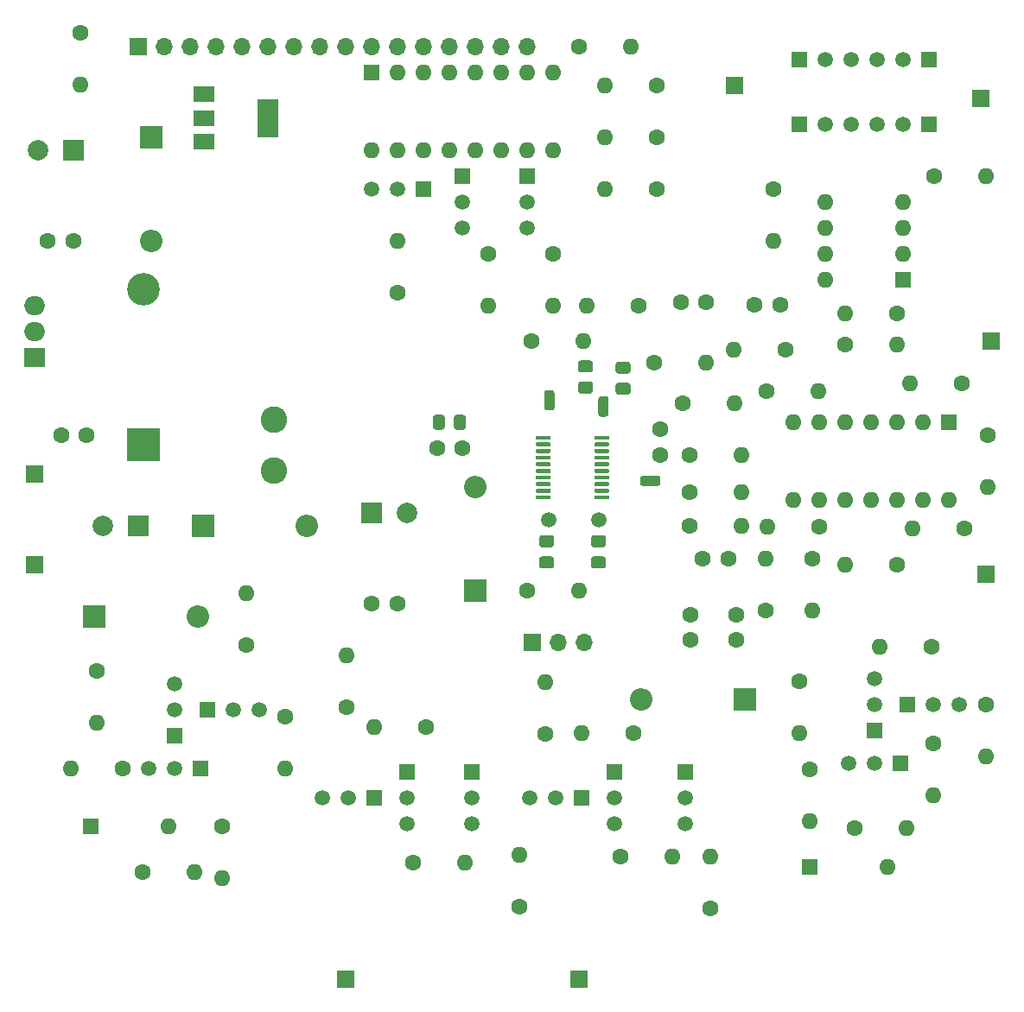
<source format=gbr>
%TF.GenerationSoftware,KiCad,Pcbnew,5.1.8-5.1.8*%
%TF.CreationDate,2021-07-28T16:27:41+08:00*%
%TF.ProjectId,fluxgate,666c7578-6761-4746-952e-6b696361645f,rev?*%
%TF.SameCoordinates,Original*%
%TF.FileFunction,Soldermask,Bot*%
%TF.FilePolarity,Negative*%
%FSLAX46Y46*%
G04 Gerber Fmt 4.6, Leading zero omitted, Abs format (unit mm)*
G04 Created by KiCad (PCBNEW 5.1.8-5.1.8) date 2021-07-28 16:27:41*
%MOMM*%
%LPD*%
G01*
G04 APERTURE LIST*
%ADD10R,1.700000X1.700000*%
%ADD11O,1.700000X1.700000*%
%ADD12O,2.200000X2.200000*%
%ADD13R,2.200000X2.200000*%
%ADD14O,1.600000X1.600000*%
%ADD15C,1.600000*%
%ADD16R,1.500000X1.500000*%
%ADD17C,1.500000*%
%ADD18R,1.600000X1.600000*%
%ADD19R,2.000000X1.500000*%
%ADD20R,2.000000X3.800000*%
%ADD21O,2.000000X1.905000*%
%ADD22R,2.000000X1.905000*%
%ADD23C,2.600000*%
%ADD24O,3.200000X3.200000*%
%ADD25R,3.200000X3.200000*%
%ADD26C,2.000000*%
%ADD27R,2.000000X2.000000*%
G04 APERTURE END LIST*
D10*
%TO.C,J2*%
X130810000Y-149860000D03*
%TD*%
%TO.C,J3*%
X146050000Y-62230000D03*
%TD*%
%TO.C,J4*%
X171200000Y-87300000D03*
%TD*%
%TO.C,J5*%
X107950000Y-149860000D03*
%TD*%
%TO.C,J6*%
X77470000Y-100330000D03*
%TD*%
%TO.C,J7*%
X170180000Y-63500000D03*
%TD*%
%TO.C,J8*%
X170688000Y-110109000D03*
%TD*%
%TO.C,J12*%
G36*
G01*
X132700000Y-94450000D02*
X132700000Y-92950000D01*
G75*
G02*
X132950000Y-92700000I250000J0D01*
G01*
X133450000Y-92700000D01*
G75*
G02*
X133700000Y-92950000I0J-250000D01*
G01*
X133700000Y-94450000D01*
G75*
G02*
X133450000Y-94700000I-250000J0D01*
G01*
X132950000Y-94700000D01*
G75*
G02*
X132700000Y-94450000I0J250000D01*
G01*
G37*
%TD*%
%TO.C,J10*%
G36*
G01*
X138550000Y-101500000D02*
X137050000Y-101500000D01*
G75*
G02*
X136800000Y-101250000I0J250000D01*
G01*
X136800000Y-100750000D01*
G75*
G02*
X137050000Y-100500000I250000J0D01*
G01*
X138550000Y-100500000D01*
G75*
G02*
X138800000Y-100750000I0J-250000D01*
G01*
X138800000Y-101250000D01*
G75*
G02*
X138550000Y-101500000I-250000J0D01*
G01*
G37*
%TD*%
%TO.C,J9*%
G36*
G01*
X127400000Y-93850000D02*
X127400000Y-92350000D01*
G75*
G02*
X127650000Y-92100000I250000J0D01*
G01*
X128150000Y-92100000D01*
G75*
G02*
X128400000Y-92350000I0J-250000D01*
G01*
X128400000Y-93850000D01*
G75*
G02*
X128150000Y-94100000I-250000J0D01*
G01*
X127650000Y-94100000D01*
G75*
G02*
X127400000Y-93850000I0J250000D01*
G01*
G37*
%TD*%
D11*
%TO.C,DS1*%
X125730000Y-58420000D03*
X123190000Y-58420000D03*
X120650000Y-58420000D03*
X118110000Y-58420000D03*
X115570000Y-58420000D03*
X113030000Y-58420000D03*
X110490000Y-58420000D03*
X107950000Y-58420000D03*
X105410000Y-58420000D03*
X102870000Y-58420000D03*
X100330000Y-58420000D03*
X97790000Y-58420000D03*
X95250000Y-58420000D03*
X92710000Y-58420000D03*
X90170000Y-58420000D03*
D10*
X87630000Y-58420000D03*
%TD*%
D12*
%TO.C,D8*%
X88900000Y-77470000D03*
D13*
X88900000Y-67310000D03*
%TD*%
D12*
%TO.C,D7*%
X120650000Y-101600000D03*
D13*
X120650000Y-111760000D03*
%TD*%
D12*
%TO.C,D6*%
X104140000Y-105410000D03*
D13*
X93980000Y-105410000D03*
%TD*%
D14*
%TO.C,R49*%
X170680000Y-71120000D03*
D15*
X165600000Y-71120000D03*
%TD*%
D14*
%TO.C,R48*%
X149860000Y-77470000D03*
D15*
X149860000Y-72390000D03*
%TD*%
D14*
%TO.C,R47*%
X131572000Y-83820000D03*
D15*
X136652000Y-83820000D03*
%TD*%
D14*
%TO.C,R46*%
X145923000Y-88138000D03*
D15*
X151003000Y-88138000D03*
%TD*%
D14*
%TO.C,R45*%
X131191000Y-87249000D03*
D15*
X126111000Y-87249000D03*
%TD*%
D14*
%TO.C,R44*%
X143256000Y-89408000D03*
D15*
X138176000Y-89408000D03*
%TD*%
D14*
%TO.C,R43*%
X149098000Y-108585000D03*
D15*
X149098000Y-113665000D03*
%TD*%
D14*
%TO.C,R42*%
X149225000Y-105500000D03*
D15*
X154305000Y-105500000D03*
%TD*%
D14*
%TO.C,R41*%
X146050000Y-93345000D03*
D15*
X140970000Y-93345000D03*
%TD*%
D14*
%TO.C,R40*%
X153670000Y-113665000D03*
D15*
X153670000Y-108585000D03*
%TD*%
D14*
%TO.C,R39*%
X146685000Y-105410000D03*
D15*
X141605000Y-105410000D03*
%TD*%
D14*
%TO.C,R38*%
X146685000Y-98425000D03*
D15*
X141605000Y-98425000D03*
%TD*%
D14*
%TO.C,R37*%
X146685680Y-102077260D03*
D15*
X141605680Y-102077260D03*
%TD*%
D14*
%TO.C,R36*%
X154280000Y-92200000D03*
D15*
X149200000Y-92200000D03*
%TD*%
D14*
%TO.C,R35*%
X156845000Y-84582000D03*
D15*
X161925000Y-84582000D03*
%TD*%
D14*
%TO.C,R34*%
X156845000Y-109220000D03*
D15*
X161925000Y-109220000D03*
%TD*%
D14*
%TO.C,R33*%
X161925000Y-87630000D03*
D15*
X156845000Y-87630000D03*
%TD*%
D14*
%TO.C,R32*%
X163520000Y-105700000D03*
D15*
X168600000Y-105700000D03*
%TD*%
D14*
%TO.C,R31*%
X163195000Y-91440000D03*
D15*
X168275000Y-91440000D03*
%TD*%
D14*
%TO.C,R30*%
X170815000Y-101600000D03*
D15*
X170815000Y-96520000D03*
%TD*%
D14*
%TO.C,R29*%
X81915000Y-62103000D03*
D15*
X81915000Y-57023000D03*
%TD*%
D14*
%TO.C,R28*%
X113030000Y-77470000D03*
D15*
X113030000Y-82550000D03*
%TD*%
D14*
%TO.C,R27*%
X135890000Y-58420000D03*
D15*
X130810000Y-58420000D03*
%TD*%
D14*
%TO.C,R26*%
X128270000Y-83820000D03*
D15*
X128270000Y-78740000D03*
%TD*%
D14*
%TO.C,R25*%
X121920000Y-83820000D03*
D15*
X121920000Y-78740000D03*
%TD*%
D14*
%TO.C,R24*%
X98171000Y-112014000D03*
D15*
X98171000Y-117094000D03*
%TD*%
D14*
%TO.C,R23*%
X101981000Y-129159000D03*
D15*
X101981000Y-124079000D03*
%TD*%
D14*
%TO.C,R22*%
X83566000Y-124714000D03*
D15*
X83566000Y-119634000D03*
%TD*%
D14*
%TO.C,R21*%
X108000000Y-118110000D03*
D15*
X108000000Y-123190000D03*
%TD*%
D14*
%TO.C,R20*%
X95800000Y-139954000D03*
D15*
X95800000Y-134874000D03*
%TD*%
D14*
%TO.C,R19*%
X110744000Y-125095000D03*
D15*
X115824000Y-125095000D03*
%TD*%
D14*
%TO.C,R18*%
X81026000Y-129159000D03*
D15*
X86106000Y-129159000D03*
%TD*%
D14*
%TO.C,R17*%
X133350000Y-62230000D03*
D15*
X138430000Y-62230000D03*
%TD*%
D14*
%TO.C,R16*%
X119634000Y-138430000D03*
D15*
X114554000Y-138430000D03*
%TD*%
D14*
%TO.C,R15*%
X133350000Y-72390000D03*
D15*
X138430000Y-72390000D03*
%TD*%
D14*
%TO.C,R14*%
X130810000Y-111760000D03*
D15*
X125730000Y-111760000D03*
%TD*%
D14*
%TO.C,R13*%
X93091000Y-139319000D03*
D15*
X88011000Y-139319000D03*
%TD*%
D14*
%TO.C,R12*%
X133350000Y-67310000D03*
D15*
X138430000Y-67310000D03*
%TD*%
D14*
%TO.C,R11*%
X124968000Y-137668000D03*
D15*
X124968000Y-142748000D03*
%TD*%
D14*
%TO.C,R10*%
X143637000Y-137795000D03*
D15*
X143637000Y-142875000D03*
%TD*%
D14*
%TO.C,R9*%
X162880000Y-135000000D03*
D15*
X157800000Y-135000000D03*
%TD*%
D14*
%TO.C,R8*%
X139954000Y-137795000D03*
D15*
X134874000Y-137795000D03*
%TD*%
D14*
%TO.C,R7*%
X153416000Y-134366000D03*
D15*
X153416000Y-129286000D03*
%TD*%
D14*
%TO.C,R6*%
X131064000Y-125730000D03*
D15*
X136144000Y-125730000D03*
%TD*%
D14*
%TO.C,R5*%
X165481000Y-131826000D03*
D15*
X165481000Y-126746000D03*
%TD*%
D14*
%TO.C,R4*%
X127500000Y-120720000D03*
D15*
X127500000Y-125800000D03*
%TD*%
D14*
%TO.C,R3*%
X170688000Y-128016000D03*
D15*
X170688000Y-122936000D03*
%TD*%
D14*
%TO.C,R2*%
X152400000Y-125730000D03*
D15*
X152400000Y-120650000D03*
%TD*%
D14*
%TO.C,R1*%
X160274000Y-117221000D03*
D15*
X165354000Y-117221000D03*
%TD*%
D16*
%TO.C,Q19*%
X115570000Y-72390000D03*
D17*
X110490000Y-72390000D03*
X113030000Y-72390000D03*
%TD*%
D16*
%TO.C,Q18*%
X125730000Y-71120000D03*
D17*
X125730000Y-76200000D03*
X125730000Y-73660000D03*
%TD*%
D16*
%TO.C,Q17*%
X119380000Y-71120000D03*
D17*
X119380000Y-76200000D03*
X119380000Y-73660000D03*
%TD*%
%TO.C,Y1*%
X127835000Y-104775000D03*
X132715000Y-104775000D03*
%TD*%
D14*
%TO.C,U9*%
X110490000Y-68580000D03*
X128270000Y-60960000D03*
X113030000Y-68580000D03*
X125730000Y-60960000D03*
X115570000Y-68580000D03*
X123190000Y-60960000D03*
X118110000Y-68580000D03*
X120650000Y-60960000D03*
X120650000Y-68580000D03*
X118110000Y-60960000D03*
X123190000Y-68580000D03*
X115570000Y-60960000D03*
X125730000Y-68580000D03*
X113030000Y-60960000D03*
X128270000Y-68580000D03*
D18*
X110490000Y-60960000D03*
%TD*%
D14*
%TO.C,U7*%
X154940000Y-81280000D03*
X162560000Y-73660000D03*
X154940000Y-78740000D03*
X162560000Y-76200000D03*
X154940000Y-76200000D03*
X162560000Y-78740000D03*
X154940000Y-73660000D03*
D18*
X162560000Y-81280000D03*
%TD*%
D19*
%TO.C,U6*%
X94030000Y-67705000D03*
X94030000Y-63105000D03*
X94030000Y-65405000D03*
D20*
X100330000Y-65405000D03*
%TD*%
%TO.C,U5*%
G36*
G01*
X132300000Y-102720000D02*
X132300000Y-102520000D01*
G75*
G02*
X132400000Y-102420000I100000J0D01*
G01*
X133675000Y-102420000D01*
G75*
G02*
X133775000Y-102520000I0J-100000D01*
G01*
X133775000Y-102720000D01*
G75*
G02*
X133675000Y-102820000I-100000J0D01*
G01*
X132400000Y-102820000D01*
G75*
G02*
X132300000Y-102720000I0J100000D01*
G01*
G37*
G36*
G01*
X132300000Y-102070000D02*
X132300000Y-101870000D01*
G75*
G02*
X132400000Y-101770000I100000J0D01*
G01*
X133675000Y-101770000D01*
G75*
G02*
X133775000Y-101870000I0J-100000D01*
G01*
X133775000Y-102070000D01*
G75*
G02*
X133675000Y-102170000I-100000J0D01*
G01*
X132400000Y-102170000D01*
G75*
G02*
X132300000Y-102070000I0J100000D01*
G01*
G37*
G36*
G01*
X132300000Y-101420000D02*
X132300000Y-101220000D01*
G75*
G02*
X132400000Y-101120000I100000J0D01*
G01*
X133675000Y-101120000D01*
G75*
G02*
X133775000Y-101220000I0J-100000D01*
G01*
X133775000Y-101420000D01*
G75*
G02*
X133675000Y-101520000I-100000J0D01*
G01*
X132400000Y-101520000D01*
G75*
G02*
X132300000Y-101420000I0J100000D01*
G01*
G37*
G36*
G01*
X132300000Y-100770000D02*
X132300000Y-100570000D01*
G75*
G02*
X132400000Y-100470000I100000J0D01*
G01*
X133675000Y-100470000D01*
G75*
G02*
X133775000Y-100570000I0J-100000D01*
G01*
X133775000Y-100770000D01*
G75*
G02*
X133675000Y-100870000I-100000J0D01*
G01*
X132400000Y-100870000D01*
G75*
G02*
X132300000Y-100770000I0J100000D01*
G01*
G37*
G36*
G01*
X132300000Y-100120000D02*
X132300000Y-99920000D01*
G75*
G02*
X132400000Y-99820000I100000J0D01*
G01*
X133675000Y-99820000D01*
G75*
G02*
X133775000Y-99920000I0J-100000D01*
G01*
X133775000Y-100120000D01*
G75*
G02*
X133675000Y-100220000I-100000J0D01*
G01*
X132400000Y-100220000D01*
G75*
G02*
X132300000Y-100120000I0J100000D01*
G01*
G37*
G36*
G01*
X132300000Y-99470000D02*
X132300000Y-99270000D01*
G75*
G02*
X132400000Y-99170000I100000J0D01*
G01*
X133675000Y-99170000D01*
G75*
G02*
X133775000Y-99270000I0J-100000D01*
G01*
X133775000Y-99470000D01*
G75*
G02*
X133675000Y-99570000I-100000J0D01*
G01*
X132400000Y-99570000D01*
G75*
G02*
X132300000Y-99470000I0J100000D01*
G01*
G37*
G36*
G01*
X132300000Y-98820000D02*
X132300000Y-98620000D01*
G75*
G02*
X132400000Y-98520000I100000J0D01*
G01*
X133675000Y-98520000D01*
G75*
G02*
X133775000Y-98620000I0J-100000D01*
G01*
X133775000Y-98820000D01*
G75*
G02*
X133675000Y-98920000I-100000J0D01*
G01*
X132400000Y-98920000D01*
G75*
G02*
X132300000Y-98820000I0J100000D01*
G01*
G37*
G36*
G01*
X132300000Y-98170000D02*
X132300000Y-97970000D01*
G75*
G02*
X132400000Y-97870000I100000J0D01*
G01*
X133675000Y-97870000D01*
G75*
G02*
X133775000Y-97970000I0J-100000D01*
G01*
X133775000Y-98170000D01*
G75*
G02*
X133675000Y-98270000I-100000J0D01*
G01*
X132400000Y-98270000D01*
G75*
G02*
X132300000Y-98170000I0J100000D01*
G01*
G37*
G36*
G01*
X132300000Y-97520000D02*
X132300000Y-97320000D01*
G75*
G02*
X132400000Y-97220000I100000J0D01*
G01*
X133675000Y-97220000D01*
G75*
G02*
X133775000Y-97320000I0J-100000D01*
G01*
X133775000Y-97520000D01*
G75*
G02*
X133675000Y-97620000I-100000J0D01*
G01*
X132400000Y-97620000D01*
G75*
G02*
X132300000Y-97520000I0J100000D01*
G01*
G37*
G36*
G01*
X132300000Y-96870000D02*
X132300000Y-96670000D01*
G75*
G02*
X132400000Y-96570000I100000J0D01*
G01*
X133675000Y-96570000D01*
G75*
G02*
X133775000Y-96670000I0J-100000D01*
G01*
X133775000Y-96870000D01*
G75*
G02*
X133675000Y-96970000I-100000J0D01*
G01*
X132400000Y-96970000D01*
G75*
G02*
X132300000Y-96870000I0J100000D01*
G01*
G37*
G36*
G01*
X126575000Y-96870000D02*
X126575000Y-96670000D01*
G75*
G02*
X126675000Y-96570000I100000J0D01*
G01*
X127950000Y-96570000D01*
G75*
G02*
X128050000Y-96670000I0J-100000D01*
G01*
X128050000Y-96870000D01*
G75*
G02*
X127950000Y-96970000I-100000J0D01*
G01*
X126675000Y-96970000D01*
G75*
G02*
X126575000Y-96870000I0J100000D01*
G01*
G37*
G36*
G01*
X126575000Y-97520000D02*
X126575000Y-97320000D01*
G75*
G02*
X126675000Y-97220000I100000J0D01*
G01*
X127950000Y-97220000D01*
G75*
G02*
X128050000Y-97320000I0J-100000D01*
G01*
X128050000Y-97520000D01*
G75*
G02*
X127950000Y-97620000I-100000J0D01*
G01*
X126675000Y-97620000D01*
G75*
G02*
X126575000Y-97520000I0J100000D01*
G01*
G37*
G36*
G01*
X126575000Y-98170000D02*
X126575000Y-97970000D01*
G75*
G02*
X126675000Y-97870000I100000J0D01*
G01*
X127950000Y-97870000D01*
G75*
G02*
X128050000Y-97970000I0J-100000D01*
G01*
X128050000Y-98170000D01*
G75*
G02*
X127950000Y-98270000I-100000J0D01*
G01*
X126675000Y-98270000D01*
G75*
G02*
X126575000Y-98170000I0J100000D01*
G01*
G37*
G36*
G01*
X126575000Y-98820000D02*
X126575000Y-98620000D01*
G75*
G02*
X126675000Y-98520000I100000J0D01*
G01*
X127950000Y-98520000D01*
G75*
G02*
X128050000Y-98620000I0J-100000D01*
G01*
X128050000Y-98820000D01*
G75*
G02*
X127950000Y-98920000I-100000J0D01*
G01*
X126675000Y-98920000D01*
G75*
G02*
X126575000Y-98820000I0J100000D01*
G01*
G37*
G36*
G01*
X126575000Y-99470000D02*
X126575000Y-99270000D01*
G75*
G02*
X126675000Y-99170000I100000J0D01*
G01*
X127950000Y-99170000D01*
G75*
G02*
X128050000Y-99270000I0J-100000D01*
G01*
X128050000Y-99470000D01*
G75*
G02*
X127950000Y-99570000I-100000J0D01*
G01*
X126675000Y-99570000D01*
G75*
G02*
X126575000Y-99470000I0J100000D01*
G01*
G37*
G36*
G01*
X126575000Y-100120000D02*
X126575000Y-99920000D01*
G75*
G02*
X126675000Y-99820000I100000J0D01*
G01*
X127950000Y-99820000D01*
G75*
G02*
X128050000Y-99920000I0J-100000D01*
G01*
X128050000Y-100120000D01*
G75*
G02*
X127950000Y-100220000I-100000J0D01*
G01*
X126675000Y-100220000D01*
G75*
G02*
X126575000Y-100120000I0J100000D01*
G01*
G37*
G36*
G01*
X126575000Y-100770000D02*
X126575000Y-100570000D01*
G75*
G02*
X126675000Y-100470000I100000J0D01*
G01*
X127950000Y-100470000D01*
G75*
G02*
X128050000Y-100570000I0J-100000D01*
G01*
X128050000Y-100770000D01*
G75*
G02*
X127950000Y-100870000I-100000J0D01*
G01*
X126675000Y-100870000D01*
G75*
G02*
X126575000Y-100770000I0J100000D01*
G01*
G37*
G36*
G01*
X126575000Y-101420000D02*
X126575000Y-101220000D01*
G75*
G02*
X126675000Y-101120000I100000J0D01*
G01*
X127950000Y-101120000D01*
G75*
G02*
X128050000Y-101220000I0J-100000D01*
G01*
X128050000Y-101420000D01*
G75*
G02*
X127950000Y-101520000I-100000J0D01*
G01*
X126675000Y-101520000D01*
G75*
G02*
X126575000Y-101420000I0J100000D01*
G01*
G37*
G36*
G01*
X126575000Y-102070000D02*
X126575000Y-101870000D01*
G75*
G02*
X126675000Y-101770000I100000J0D01*
G01*
X127950000Y-101770000D01*
G75*
G02*
X128050000Y-101870000I0J-100000D01*
G01*
X128050000Y-102070000D01*
G75*
G02*
X127950000Y-102170000I-100000J0D01*
G01*
X126675000Y-102170000D01*
G75*
G02*
X126575000Y-102070000I0J100000D01*
G01*
G37*
G36*
G01*
X126575000Y-102720000D02*
X126575000Y-102520000D01*
G75*
G02*
X126675000Y-102420000I100000J0D01*
G01*
X127950000Y-102420000D01*
G75*
G02*
X128050000Y-102520000I0J-100000D01*
G01*
X128050000Y-102720000D01*
G75*
G02*
X127950000Y-102820000I-100000J0D01*
G01*
X126675000Y-102820000D01*
G75*
G02*
X126575000Y-102720000I0J100000D01*
G01*
G37*
%TD*%
D14*
%TO.C,U4*%
X167005000Y-102870000D03*
X151765000Y-95250000D03*
X164465000Y-102870000D03*
X154305000Y-95250000D03*
X161925000Y-102870000D03*
X156845000Y-95250000D03*
X159385000Y-102870000D03*
X159385000Y-95250000D03*
X156845000Y-102870000D03*
X161925000Y-95250000D03*
X154305000Y-102870000D03*
X164465000Y-95250000D03*
X151765000Y-102870000D03*
D18*
X167005000Y-95250000D03*
%TD*%
D21*
%TO.C,U3*%
X77470000Y-83820000D03*
X77470000Y-86360000D03*
D22*
X77470000Y-88900000D03*
%TD*%
D16*
%TO.C,Q23*%
X165100000Y-59690000D03*
D17*
X160020000Y-59690000D03*
X162560000Y-59690000D03*
%TD*%
D16*
%TO.C,Q22*%
X165100000Y-66040000D03*
D17*
X160020000Y-66040000D03*
X162560000Y-66040000D03*
%TD*%
D16*
%TO.C,Q21*%
X152400000Y-59690000D03*
D17*
X157480000Y-59690000D03*
X154940000Y-59690000D03*
%TD*%
D16*
%TO.C,Q20*%
X152400000Y-66040000D03*
D17*
X157480000Y-66040000D03*
X154940000Y-66040000D03*
%TD*%
D16*
%TO.C,Q16*%
X94361000Y-123444000D03*
D17*
X99441000Y-123444000D03*
X96901000Y-123444000D03*
%TD*%
D16*
%TO.C,Q15*%
X91186000Y-125984000D03*
D17*
X91186000Y-120904000D03*
X91186000Y-123444000D03*
%TD*%
D16*
%TO.C,Q14*%
X110744000Y-132080000D03*
D17*
X105664000Y-132080000D03*
X108204000Y-132080000D03*
%TD*%
D16*
%TO.C,Q13*%
X93726000Y-129159000D03*
D17*
X88646000Y-129159000D03*
X91186000Y-129159000D03*
%TD*%
D16*
%TO.C,Q12*%
X120269000Y-129540000D03*
D17*
X120269000Y-134620000D03*
X120269000Y-132080000D03*
%TD*%
D16*
%TO.C,Q11*%
X113919000Y-129540000D03*
D17*
X113919000Y-134620000D03*
X113919000Y-132080000D03*
%TD*%
D16*
%TO.C,Q6*%
X141224000Y-129540000D03*
D17*
X141224000Y-134620000D03*
X141224000Y-132080000D03*
%TD*%
D16*
%TO.C,Q5*%
X134239000Y-129540000D03*
D17*
X134239000Y-134620000D03*
X134239000Y-132080000D03*
%TD*%
D16*
%TO.C,Q4*%
X162306000Y-128651000D03*
D17*
X157226000Y-128651000D03*
X159766000Y-128651000D03*
%TD*%
D16*
%TO.C,Q3*%
X131064000Y-132080000D03*
D17*
X125984000Y-132080000D03*
X128524000Y-132080000D03*
%TD*%
D16*
%TO.C,Q2*%
X159766000Y-125476000D03*
D17*
X159766000Y-120396000D03*
X159766000Y-122936000D03*
%TD*%
D16*
%TO.C,Q1*%
X162941000Y-122936000D03*
D17*
X168021000Y-122936000D03*
X165481000Y-122936000D03*
%TD*%
D23*
%TO.C,L1*%
X100900000Y-100000000D03*
X100900000Y-95000000D03*
%TD*%
D11*
%TO.C,J11*%
X131318000Y-116840000D03*
X128778000Y-116840000D03*
D10*
X126238000Y-116840000D03*
%TD*%
%TO.C,J1*%
X77470000Y-109220000D03*
%TD*%
D14*
%TO.C,D5*%
X90551000Y-134874000D03*
D18*
X82931000Y-134874000D03*
%TD*%
D12*
%TO.C,D4*%
X93472000Y-114300000D03*
D13*
X83312000Y-114300000D03*
%TD*%
D12*
%TO.C,D3*%
X136906000Y-122428000D03*
D13*
X147066000Y-122428000D03*
%TD*%
D24*
%TO.C,D2*%
X88138000Y-82169000D03*
D25*
X88138000Y-97409000D03*
%TD*%
D14*
%TO.C,D1*%
X161036000Y-138811000D03*
D18*
X153416000Y-138811000D03*
%TD*%
D15*
%TO.C,C26*%
X141732000Y-114086000D03*
X141732000Y-116586000D03*
%TD*%
%TO.C,C21*%
X140756000Y-83439000D03*
X143256000Y-83439000D03*
%TD*%
%TO.C,C20*%
X147995000Y-83693000D03*
X150495000Y-83693000D03*
%TD*%
%TO.C,C19*%
G36*
G01*
X130970000Y-91255000D02*
X131920000Y-91255000D01*
G75*
G02*
X132170000Y-91505000I0J-250000D01*
G01*
X132170000Y-92180000D01*
G75*
G02*
X131920000Y-92430000I-250000J0D01*
G01*
X130970000Y-92430000D01*
G75*
G02*
X130720000Y-92180000I0J250000D01*
G01*
X130720000Y-91505000D01*
G75*
G02*
X130970000Y-91255000I250000J0D01*
G01*
G37*
G36*
G01*
X130970000Y-89180000D02*
X131920000Y-89180000D01*
G75*
G02*
X132170000Y-89430000I0J-250000D01*
G01*
X132170000Y-90105000D01*
G75*
G02*
X131920000Y-90355000I-250000J0D01*
G01*
X130970000Y-90355000D01*
G75*
G02*
X130720000Y-90105000I0J250000D01*
G01*
X130720000Y-89430000D01*
G75*
G02*
X130970000Y-89180000I250000J0D01*
G01*
G37*
%TD*%
%TO.C,C18*%
G36*
G01*
X117660000Y-94775000D02*
X117660000Y-95725000D01*
G75*
G02*
X117410000Y-95975000I-250000J0D01*
G01*
X116735000Y-95975000D01*
G75*
G02*
X116485000Y-95725000I0J250000D01*
G01*
X116485000Y-94775000D01*
G75*
G02*
X116735000Y-94525000I250000J0D01*
G01*
X117410000Y-94525000D01*
G75*
G02*
X117660000Y-94775000I0J-250000D01*
G01*
G37*
G36*
G01*
X119735000Y-94775000D02*
X119735000Y-95725000D01*
G75*
G02*
X119485000Y-95975000I-250000J0D01*
G01*
X118810000Y-95975000D01*
G75*
G02*
X118560000Y-95725000I0J250000D01*
G01*
X118560000Y-94775000D01*
G75*
G02*
X118810000Y-94525000I250000J0D01*
G01*
X119485000Y-94525000D01*
G75*
G02*
X119735000Y-94775000I0J-250000D01*
G01*
G37*
%TD*%
%TO.C,C17*%
X116880000Y-97790000D03*
X119380000Y-97790000D03*
%TD*%
%TO.C,C15*%
G36*
G01*
X133190000Y-107500000D02*
X132240000Y-107500000D01*
G75*
G02*
X131990000Y-107250000I0J250000D01*
G01*
X131990000Y-106575000D01*
G75*
G02*
X132240000Y-106325000I250000J0D01*
G01*
X133190000Y-106325000D01*
G75*
G02*
X133440000Y-106575000I0J-250000D01*
G01*
X133440000Y-107250000D01*
G75*
G02*
X133190000Y-107500000I-250000J0D01*
G01*
G37*
G36*
G01*
X133190000Y-109575000D02*
X132240000Y-109575000D01*
G75*
G02*
X131990000Y-109325000I0J250000D01*
G01*
X131990000Y-108650000D01*
G75*
G02*
X132240000Y-108400000I250000J0D01*
G01*
X133190000Y-108400000D01*
G75*
G02*
X133440000Y-108650000I0J-250000D01*
G01*
X133440000Y-109325000D01*
G75*
G02*
X133190000Y-109575000I-250000J0D01*
G01*
G37*
%TD*%
%TO.C,C14*%
G36*
G01*
X127160000Y-108400000D02*
X128110000Y-108400000D01*
G75*
G02*
X128360000Y-108650000I0J-250000D01*
G01*
X128360000Y-109325000D01*
G75*
G02*
X128110000Y-109575000I-250000J0D01*
G01*
X127160000Y-109575000D01*
G75*
G02*
X126910000Y-109325000I0J250000D01*
G01*
X126910000Y-108650000D01*
G75*
G02*
X127160000Y-108400000I250000J0D01*
G01*
G37*
G36*
G01*
X127160000Y-106325000D02*
X128110000Y-106325000D01*
G75*
G02*
X128360000Y-106575000I0J-250000D01*
G01*
X128360000Y-107250000D01*
G75*
G02*
X128110000Y-107500000I-250000J0D01*
G01*
X127160000Y-107500000D01*
G75*
G02*
X126910000Y-107250000I0J250000D01*
G01*
X126910000Y-106575000D01*
G75*
G02*
X127160000Y-106325000I250000J0D01*
G01*
G37*
%TD*%
D26*
%TO.C,C13*%
X113990000Y-104140000D03*
D27*
X110490000Y-104140000D03*
%TD*%
D26*
%TO.C,C12*%
X77780000Y-68580000D03*
D27*
X81280000Y-68580000D03*
%TD*%
D15*
%TO.C,C11*%
X112990000Y-113030000D03*
X110490000Y-113030000D03*
%TD*%
%TO.C,C10*%
X78740000Y-77470000D03*
X81240000Y-77470000D03*
%TD*%
%TO.C,C9*%
G36*
G01*
X134653000Y-91382000D02*
X135603000Y-91382000D01*
G75*
G02*
X135853000Y-91632000I0J-250000D01*
G01*
X135853000Y-92307000D01*
G75*
G02*
X135603000Y-92557000I-250000J0D01*
G01*
X134653000Y-92557000D01*
G75*
G02*
X134403000Y-92307000I0J250000D01*
G01*
X134403000Y-91632000D01*
G75*
G02*
X134653000Y-91382000I250000J0D01*
G01*
G37*
G36*
G01*
X134653000Y-89307000D02*
X135603000Y-89307000D01*
G75*
G02*
X135853000Y-89557000I0J-250000D01*
G01*
X135853000Y-90232000D01*
G75*
G02*
X135603000Y-90482000I-250000J0D01*
G01*
X134653000Y-90482000D01*
G75*
G02*
X134403000Y-90232000I0J250000D01*
G01*
X134403000Y-89557000D01*
G75*
G02*
X134653000Y-89307000I250000J0D01*
G01*
G37*
%TD*%
%TO.C,C8*%
X146177000Y-116586000D03*
X146177000Y-114086000D03*
%TD*%
D26*
%TO.C,C7*%
X84130000Y-105410000D03*
D27*
X87630000Y-105410000D03*
%TD*%
D15*
%TO.C,C6*%
X80050000Y-96520000D03*
X82550000Y-96520000D03*
%TD*%
%TO.C,C5*%
X138800000Y-95925000D03*
X138800000Y-98425000D03*
%TD*%
%TO.C,C4*%
X142915000Y-108585000D03*
X145415000Y-108585000D03*
%TD*%
M02*

</source>
